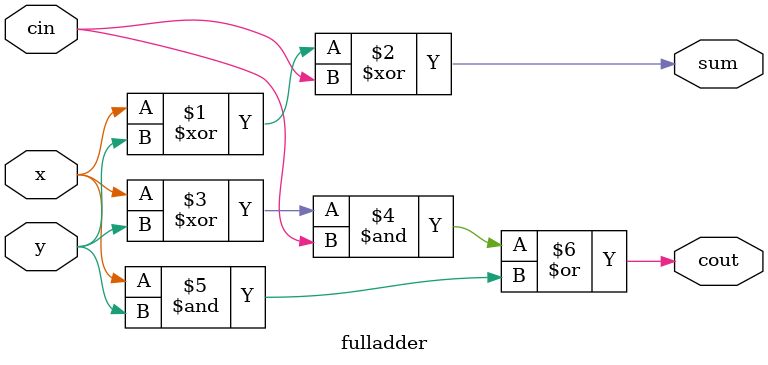
<source format=v>
/*
    SUM = (X XOR Y) XOR CIN
    COUT = ( (X XOR Y) AND CIN ) OR (X AND Y)
*/

module fulladder(x, y, cin, sum, cout);
    input x, y, cin;
    output sum, cout;

    assign sum = (x ^ y) ^ cin;
    assign cout = ((x ^ y) & cin) | (x & y) ;
endmodule
</source>
